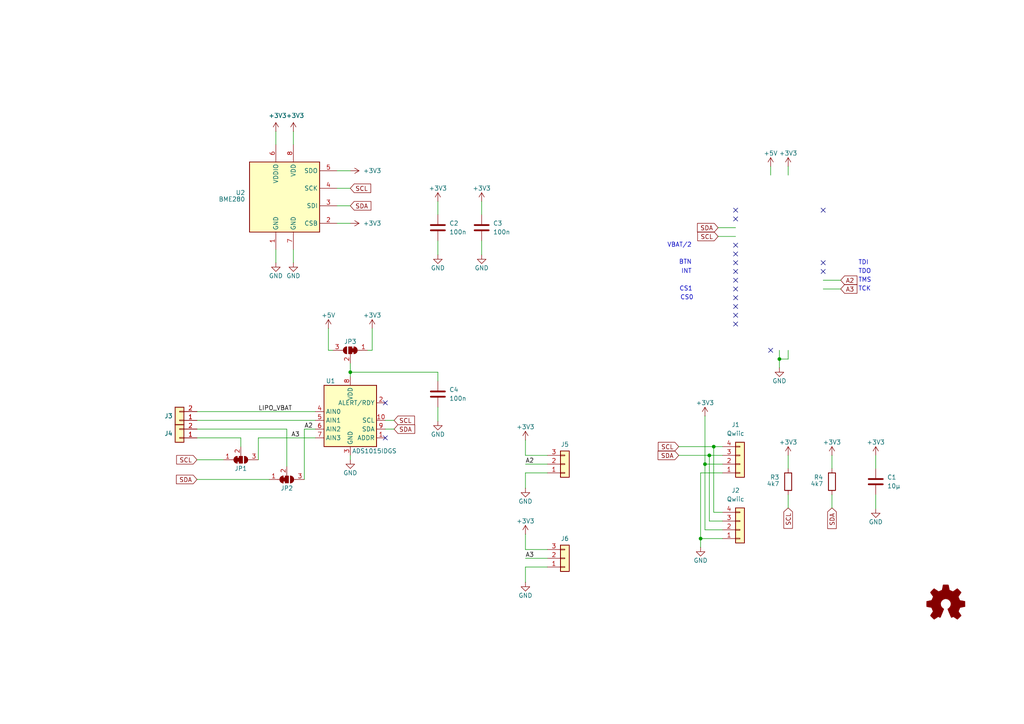
<source format=kicad_sch>
(kicad_sch (version 20231120) (generator "eeschema") (generator_version "8.0")
  (paper "A4")
  (title_block (title "QWIIC") (date "2020-06-01") (rev "v1.0") (company "nerdyscout"))
  (lib_symbols
    (symbol "Analog_ADC:ADS1015IDGS"
      (property "Reference" "U" (at 2.54 13.97 0))
      (property "Value" "ADS1015IDGS" (at 7.62 11.43 0))
      (symbol "ADS1015IDGS_0_1"
        (rectangle (start -7.62 10.16) (end 7.62 -7.62) (stroke (width 0.254)) (fill (type background)))
      )
      (symbol "ADS1015IDGS_1_1"
        (pin input line (at 10.16 -5.08 180) (length 2.54) (name "ADDR") (number "1"))
        (pin input line (at 10.16 0 180) (length 2.54) (name "SCL") (number "10"))
        (pin output line (at 10.16 5.08 180) (length 2.54) (name "ALERT/RDY") (number "2"))
        (pin power_in line (at 0 -10.16 90) (length 2.54) (name "GND") (number "3"))
        (pin input line (at -10.16 2.54 0) (length 2.54) (name "AIN0") (number "4"))
        (pin input line (at -10.16 0 0) (length 2.54) (name "AIN1") (number "5"))
        (pin input line (at -10.16 -2.54 0) (length 2.54) (name "AIN2") (number "6"))
        (pin input line (at -10.16 -5.08 0) (length 2.54) (name "AIN3") (number "7"))
        (pin power_in line (at 0 12.7 270) (length 2.54) (name "VDD") (number "8"))
        (pin bidirectional line (at 10.16 -2.54 180) (length 2.54) (name "SDA") (number "9"))
      )
    )
    (symbol "Connector_Generic:Conn_01x02" (pin_names (offset 1.016) hide)
      (property "Reference" "J" (at 0 2.54 0))
      (property "Value" "Conn_01x02" (at 0 -5.08 0))
      (symbol "Conn_01x02_1_1"
        (rectangle (start -1.27 -2.413) (end 0 -2.667) (stroke (width 0.1524)))
        (rectangle (start -1.27 0.127) (end 0 -0.127) (stroke (width 0.1524)))
        (rectangle (start -1.27 1.27) (end 1.27 -3.81) (stroke (width 0.254)) (fill (type background)))
        (pin passive line (at -5.08 0 0) (length 3.81) (name "Pin_1") (number "1"))
        (pin passive line (at -5.08 -2.54 0) (length 3.81) (name "Pin_2") (number "2"))
      )
    )
    (symbol "Connector_Generic:Conn_01x03" (pin_names (offset 1.016) hide)
      (property "Reference" "J" (at 0 5.08 0))
      (property "Value" "Conn_01x03" (at 0 -5.08 0))
      (symbol "Conn_01x03_1_1"
        (rectangle (start -1.27 -2.413) (end 0 -2.667) (stroke (width 0.1524)))
        (rectangle (start -1.27 0.127) (end 0 -0.127) (stroke (width 0.1524)))
        (rectangle (start -1.27 2.667) (end 0 2.413) (stroke (width 0.1524)))
        (rectangle (start -1.27 3.81) (end 1.27 -3.81) (stroke (width 0.254)) (fill (type background)))
        (pin passive line (at -5.08 2.54 0) (length 3.81) (name "Pin_1") (number "1"))
        (pin passive line (at -5.08 0 0) (length 3.81) (name "Pin_2") (number "2"))
        (pin passive line (at -5.08 -2.54 0) (length 3.81) (name "Pin_3") (number "3"))
      )
    )
    (symbol "Connector_Generic:Conn_01x04" (pin_names (offset 1.016) hide)
      (property "Reference" "J" (at 0 5.08 0))
      (property "Value" "Conn_01x04" (at 0 -7.62 0))
      (symbol "Conn_01x04_1_1"
        (rectangle (start -1.27 -4.953) (end 0 -5.207) (stroke (width 0.1524)))
        (rectangle (start -1.27 -2.413) (end 0 -2.667) (stroke (width 0.1524)))
        (rectangle (start -1.27 0.127) (end 0 -0.127) (stroke (width 0.1524)))
        (rectangle (start -1.27 2.667) (end 0 2.413) (stroke (width 0.1524)))
        (rectangle (start -1.27 3.81) (end 1.27 -6.35) (stroke (width 0.254)) (fill (type background)))
        (pin passive line (at -5.08 2.54 0) (length 3.81) (name "Pin_1") (number "1"))
        (pin passive line (at -5.08 0 0) (length 3.81) (name "Pin_2") (number "2"))
        (pin passive line (at -5.08 -2.54 0) (length 3.81) (name "Pin_3") (number "3"))
        (pin passive line (at -5.08 -5.08 0) (length 3.81) (name "Pin_4") (number "4"))
      )
    )
    (symbol "Device:C" (pin_numbers hide) (pin_names (offset 0.254))
      (property "Reference" "C" (at 0.635 2.54 0))
      (property "Value" "C" (at 0.635 -2.54 0))
      (symbol "C_0_1"
        (polyline (pts (xy -2.032 -0.762) (xy 2.032 -0.762)) (stroke (width 0.508)))
        (polyline (pts (xy -2.032 0.762) (xy 2.032 0.762)) (stroke (width 0.508)))
      )
      (symbol "C_1_1"
        (pin passive line (at 0 3.81 270) (length 2.794) (name "~") (number "1"))
        (pin passive line (at 0 -3.81 90) (length 2.794) (name "~") (number "2"))
      )
    )
    (symbol "Device:R" (pin_numbers hide) (pin_names (offset 0))
      (property "Reference" "R" (at 2.032 0 90))
      (property "Value" "R" (at 0 0 90))
      (symbol "R_0_1"
        (rectangle (start -1.016 -2.54) (end 1.016 2.54) (stroke (width 0.254)))
      )
      (symbol "R_1_1"
        (pin passive line (at 0 3.81 270) (length 1.27) (name "~") (number "1"))
        (pin passive line (at 0 -3.81 90) (length 1.27) (name "~") (number "2"))
      )
    )
    (symbol "Graphic:Logo_Open_Hardware_Small" (in_bom no) (on_board no)
      (symbol "Logo_Open_Hardware_Small_0_1"
        (polyline (pts (xy 3.3528 -4.3434) (xy 3.302 -4.318) (xy 3.175 -4.2418) (xy 2.9972 -4.1148) (xy 2.7686 -3.9624) (xy 2.54 -3.81) (xy 2.3622 -3.7084) (xy 2.2352 -3.6068) (xy 2.1844 -3.5814) (xy 2.159 -3.6068) (xy 2.0574 -3.6576) (xy 1.905 -3.7338) (xy 1.8034 -3.7846) (xy 1.6764 -3.8354) (xy 1.6002 -3.8354) (xy 1.6002 -3.8354) (xy 1.5494 -3.7338) (xy 1.4732 -3.5306) (xy 1.3462 -3.302) (xy 1.2446 -3.0226) (xy 1.1176 -2.7178) (xy 0.9652 -2.413) (xy 0.8636 -2.1082) (xy 0.7366 -1.8288) (xy 0.6604 -1.6256) (xy 0.6096 -1.4732) (xy 0.5842 -1.397) (xy 0.5842 -1.397) (xy 0.6604 -1.3208) (xy 0.7874 -1.2446) (xy 1.0414 -1.016) (xy 1.2954 -0.6858) (xy 1.4478 -0.3302) (xy 1.524 0.0762) (xy 1.4732 0.4572) (xy 1.3208 0.8128) (xy 1.0668 1.143) (xy 0.762 1.3716) (xy 0.4064 1.524) (xy 0 1.5748) (xy -0.381 1.5494) (xy -0.7366 1.397) (xy -1.0668 1.143) (xy -1.2192 0.9906) (xy -1.397 0.6604) (xy -1.524 0.3048) (xy -1.524 0.2286) (xy -1.4986 -0.1778) (xy -1.397 -0.5334) (xy -1.1938 -0.8636) (xy -0.9144 -1.143) (xy -0.8636 -1.1684) (xy -0.7366 -1.27) (xy -0.635 -1.3462) (xy -0.5842 -1.397) (xy -1.0668 -2.5908) (xy -1.143 -2.794) (xy -1.2954 -3.1242) (xy -1.397 -3.4036) (xy -1.4986 -3.6322) (xy -1.5748 -3.7846) (xy -1.6002 -3.8354) (xy -1.6002 -3.8354) (xy -1.651 -3.8354) (xy -1.7272 -3.81) (xy -1.905 -3.7338) (xy -2.0066 -3.683) (xy -2.1336 -3.6068) (xy -2.2098 -3.5814) (xy -2.2606 -3.6068) (xy -2.3622 -3.683) (xy -2.54 -3.81) (xy -2.7686 -3.9624) (xy -2.9718 -4.0894) (xy -3.1496 -4.2164) (xy -3.302 -4.318) (xy -3.3528 -4.3434) (xy -3.3782 -4.3434) (xy -3.429 -4.318) (xy -3.5306 -4.2164) (xy -3.7084 -4.064) (xy -3.937 -3.8354) (xy -3.9624 -3.81) (xy -4.1656 -3.6068) (xy -4.318 -3.4544) (xy -4.4196 -3.3274) (xy -4.445 -3.2766) (xy -4.445 -3.2766) (xy -4.4196 -3.2258) (xy -4.318 -3.0734) (xy -4.2164 -2.8956) (xy -4.064 -2.667) (xy -3.6576 -2.0828) (xy -3.8862 -1.5494) (xy -3.937 -1.3716) (xy -4.0386 -1.1684) (xy -4.0894 -1.0414) (xy -4.1148 -0.9652) (xy -4.191 -0.9398) (xy -4.318 -0.9144) (xy -4.5466 -0.8636) (xy -4.8006 -0.8128) (xy -5.0546 -0.7874) (xy -5.2578 -0.7366) (xy -5.4356 -0.7112) (xy -5.5118 -0.6858) (xy -5.5118 -0.6858) (xy -5.5372 -0.635) (xy -5.5372 -0.5588) (xy -5.5372 -0.4318) (xy -5.5626 -0.2286) (xy -5.5626 0.0762) (xy -5.5626 0.127) (xy -5.5372 0.4064) (xy -5.5372 0.635) (xy -5.5372 0.762) (xy -5.5372 0.8382) (xy -5.5372 0.8382) (xy -5.461 0.8382) (xy -5.3086 0.889) (xy -5.08 0.9144) (xy -4.826 0.9652) (xy -4.8006 0.9906) (xy -4.5466 1.0414) (xy -4.318 1.0668) (xy -4.1656 1.1176) (xy -4.0894 1.143) (xy -4.0894 1.143) (xy -4.0386 1.2446) (xy -3.9624 1.4224) (xy -3.8608 1.6256) (xy -3.7846 1.8288) (xy -3.7084 2.0066) (xy -3.6576 2.159) (xy -3.6322 2.2098) (xy -3.6322 2.2098) (xy -3.683 2.286) (xy -3.7592 2.413) (xy -3.8862 2.5908) (xy -4.064 2.8194) (xy -4.064 2.8448) (xy -4.2164 3.0734) (xy -4.3434 3.2512) (xy -4.4196 3.3782) (xy -4.445 3.4544) (xy -4.445 3.4544) (xy -4.3942 3.5052) (xy -4.2926 3.6322) (xy -4.1148 3.81) (xy -3.937 4.0132) (xy -3.8608 4.064) (xy -3.6576 4.2926) (xy -3.5052 4.4196) (xy -3.4036 4.4958) (xy -3.3528 4.5212) (xy -3.3528 4.5212) (xy -3.302 4.4704) (xy -3.1496 4.3688) (xy -2.9718 4.2418) (xy -2.7432 4.0894) (xy -2.7178 4.0894) (xy -2.4892 3.937) (xy -2.3114 3.81) (xy -2.1844 3.7084) (xy -2.1336 3.683) (xy -2.1082 3.683) (xy -2.032 3.7084) (xy -1.8542 3.7592) (xy -1.6764 3.8354) (xy -1.4732 3.937) (xy -1.27 4.0132) (xy -1.143 4.064) (xy -1.0668 4.1148) (xy -1.0668 4.1148) (xy -1.0414 4.191) (xy -1.016 4.3434) (xy -0.9652 4.572) (xy -0.9144 4.8514) (xy -0.889 4.9022) (xy -0.8382 5.1562) (xy -0.8128 5.3848) (xy -0.7874 5.5372) (xy -0.762 5.588) (xy -0.7112 5.6134) (xy -0.5842 5.6134) (xy -0.4064 5.6134) (xy -0.1524 5.6134) (xy 0.0762 5.6134) (xy 0.3302 5.6134) (xy 0.5334 5.6134) (xy 0.6858 5.588) (xy 0.7366 5.588) (xy 0.7366 5.588) (xy 0.762 5.5118) (xy 0.8128 5.334) (xy 0.8382 5.1054) (xy 0.9144 4.826) (xy 0.9144 4.7752) (xy 0.9652 4.5212) (xy 1.016 4.2926) (xy 1.0414 4.1402) (xy 1.0668 4.0894) (xy 1.0668 4.0894) (xy 1.1938 4.0386) (xy 1.3716 3.9624) (xy 1.5748 3.8608) (xy 2.0828 3.6576) (xy 2.7178 4.0894) (xy 2.7686 4.1402) (xy 2.9972 4.2926) (xy 3.175 4.4196) (xy 3.302 4.4958) (xy 3.3782 4.5212) (xy 3.3782 4.5212) (xy 3.429 4.4704) (xy 3.556 4.3434) (xy 3.7338 4.191) (xy 3.9116 3.9878) (xy 4.064 3.8354) (xy 4.2418 3.6576) (xy 4.3434 3.556) (xy 4.4196 3.4798) (xy 4.4196 3.429) (xy 4.4196 3.4036) (xy 4.3942 3.3274) (xy 4.2926 3.2004) (xy 4.1656 2.9972) (xy 4.0132 2.794) (xy 3.8862 2.5908) (xy 3.7592 2.3876) (xy 3.6576 2.2352) (xy 3.6322 2.159) (xy 3.6322 2.1336) (xy 3.683 2.0066) (xy 3.7592 1.8288) (xy 3.8608 1.6002) (xy 4.064 1.1176) (xy 4.3942 1.0414) (xy 4.5974 1.016) (xy 4.8768 0.9652) (xy 5.1308 0.9144) (xy 5.5372 0.8382) (xy 5.5626 -0.6604) (xy 5.4864 -0.6858) (xy 5.4356 -0.6858) (xy 5.2832 -0.7366) (xy 5.0546 -0.762) (xy 4.8006 -0.8128) (xy 4.5974 -0.8636) (xy 4.3688 -0.9144) (xy 4.2164 -0.9398) (xy 4.1402 -0.9398) (xy 4.1148 -0.9652) (xy 4.064 -1.0668) (xy 3.9878 -1.2446) (xy 3.9116 -1.4478) (xy 3.81 -1.651) (xy 3.7338 -1.8542) (xy 3.683 -2.0066) (xy 3.6576 -2.0828) (xy 3.683 -2.1336) (xy 3.7846 -2.2606) (xy 3.8862 -2.4638) (xy 4.0386 -2.667) (xy 4.191 -2.8956) (xy 4.318 -3.0734) (xy 4.3942 -3.2004) (xy 4.445 -3.2766) (xy 4.4196 -3.3274) (xy 4.3434 -3.429) (xy 4.1656 -3.5814) (xy 3.937 -3.8354) (xy 3.8862 -3.8608) (xy 3.683 -4.064) (xy 3.5306 -4.2164) (xy 3.4036 -4.318) (xy 3.3528 -4.3434)) (fill (type outline)))
      )
    )
    (symbol "Jumper:SolderJumper_3_Bridged12" (pin_names (offset 0) hide) (exclude_from_sim yes) (in_bom no)
      (property "Reference" "JP" (at -2.54 -2.54 0))
      (property "Value" "SolderJumper_3_Bridged12" (at 0 2.794 0))
      (symbol "SolderJumper_3_Bridged12_0_1"
        (rectangle (start -1.016 0.508) (end -0.508 -0.508) (fill (type outline)))
        (arc (start -1.016 1.016) (mid -2.0276 0) (end -1.016 -1.016))
        (arc (start -1.016 1.016) (mid -2.0276 0) (end -1.016 -1.016) (fill (type outline)))
        (rectangle (start -0.508 1.016) (end 0.508 -1.016) (fill (type outline)))
        (polyline (pts (xy -2.54 0) (xy -2.032 0)))
        (polyline (pts (xy -1.016 1.016) (xy -1.016 -1.016)))
        (polyline (pts (xy 0 -1.27) (xy 0 -1.016)))
        (polyline (pts (xy 1.016 1.016) (xy 1.016 -1.016)))
        (polyline (pts (xy 2.54 0) (xy 2.032 0)))
        (arc (start 1.016 -1.016) (mid 2.0276 0) (end 1.016 1.016))
        (arc (start 1.016 -1.016) (mid 2.0276 0) (end 1.016 1.016) (fill (type outline)))
      )
      (symbol "SolderJumper_3_Bridged12_1_1"
        (pin passive line (at -5.08 0 0) (length 2.54) (name "A") (number "1"))
        (pin passive line (at 0 -3.81 90) (length 2.54) (name "C") (number "2"))
        (pin passive line (at 5.08 0 180) (length 2.54) (name "B") (number "3"))
      )
    )
    (symbol "Sensor:BME280"
      (property "Reference" "U" (at -8.89 11.43 0))
      (property "Value" "BME280" (at 7.62 11.43 0))
      (symbol "BME280_0_1"
        (rectangle (start -10.16 10.16) (end 10.16 -10.16) (stroke (width 0.254)) (fill (type background)))
      )
      (symbol "BME280_1_1"
        (pin power_in line (at -2.54 -15.24 90) (length 5.08) (name "GND") (number "1"))
        (pin input line (at 15.24 -7.62 180) (length 5.08) (name "CSB") (number "2"))
        (pin bidirectional line (at 15.24 -2.54 180) (length 5.08) (name "SDI") (number "3"))
        (pin input line (at 15.24 2.54 180) (length 5.08) (name "SCK") (number "4"))
        (pin bidirectional line (at 15.24 7.62 180) (length 5.08) (name "SDO") (number "5"))
        (pin power_in line (at -2.54 15.24 270) (length 5.08) (name "VDDIO") (number "6"))
        (pin power_in line (at 2.54 -15.24 90) (length 5.08) (name "GND") (number "7"))
        (pin power_in line (at 2.54 15.24 270) (length 5.08) (name "VDD") (number "8"))
      )
    )
    (symbol "power:+3V3" (power) (pin_numbers hide) (pin_names (offset 0) hide)
      (property "Value" "+3V3" (at 0 3.556 0))
      (symbol "+3V3_0_1"
        (polyline (pts (xy -0.762 1.27) (xy 0 2.54)))
        (polyline (pts (xy 0 0) (xy 0 2.54)))
        (polyline (pts (xy 0 2.54) (xy 0.762 1.27)))
      )
      (symbol "+3V3_1_1"
        (pin power_in line (at 0 0 90) (length 0) (name "~") (number "1"))
      )
    )
    (symbol "power:+5V" (power) (pin_numbers hide) (pin_names (offset 0) hide)
      (property "Value" "+5V" (at 0 3.556 0))
      (symbol "+5V_0_1"
        (polyline (pts (xy -0.762 1.27) (xy 0 2.54)))
        (polyline (pts (xy 0 0) (xy 0 2.54)))
        (polyline (pts (xy 0 2.54) (xy 0.762 1.27)))
      )
      (symbol "+5V_1_1"
        (pin power_in line (at 0 0 90) (length 0) (name "~") (number "1"))
      )
    )
    (symbol "power:GND" (power) (pin_numbers hide) (pin_names (offset 0) hide)
      (property "Value" "GND" (at 0 -3.81 0))
      (symbol "GND_0_1"
        (polyline (pts (xy 0 0) (xy 0 -1.27) (xy 1.27 -1.27) (xy 0 -2.54) (xy -1.27 -1.27) (xy 0 -1.27)))
      )
      (symbol "GND_1_1"
        (pin power_in line (at 0 0 270) (length 0) (name "~") (number "1"))
      )
    )
  )
  (junction (at 207.01 129.54))
  (junction (at 101.6 107.95))
  (junction (at 205.74 132.08))
  (junction (at 203.2 156.21))
  (junction (at 204.47 134.62))
  (junction (at 226.06 104.14))
  (no_connect (at 213.36 81.28))
  (no_connect (at 213.36 60.96))
  (no_connect (at 223.52 101.6))
  (no_connect (at 213.36 73.66))
  (no_connect (at 111.76 127))
  (no_connect (at 238.76 78.74))
  (no_connect (at 213.36 63.5))
  (no_connect (at 238.76 76.2))
  (no_connect (at 213.36 83.82))
  (no_connect (at 213.36 88.9))
  (no_connect (at 213.36 93.98))
  (no_connect (at 213.36 91.44))
  (no_connect (at 213.36 86.36))
  (no_connect (at 213.36 78.74))
  (no_connect (at 238.76 60.96))
  (no_connect (at 213.36 76.2))
  (no_connect (at 213.36 71.12))
  (no_connect (at 111.76 116.84))
  (wire (pts (xy 241.3 132.08) (xy 241.3 135.89)))
  (wire (pts (xy 83.185 124.46) (xy 83.185 135.255)))
  (wire (pts (xy 111.76 121.92) (xy 114.3 121.92)))
  (wire (pts (xy 114.3 124.46) (xy 111.76 124.46)))
  (wire (pts (xy 85.09 76.2) (xy 85.09 72.39)))
  (wire (pts (xy 101.6 107.95) (xy 101.6 109.22)))
  (wire (pts (xy 228.6 48.26) (xy 228.6 50.8)))
  (wire (pts (xy 158.75 164.465) (xy 152.4 164.465)))
  (wire (pts (xy 204.47 134.62) (xy 204.47 120.65)))
  (wire (pts (xy 228.6 104.14) (xy 226.06 104.14)))
  (wire (pts (xy 101.6 105.41) (xy 101.6 107.95)))
  (wire (pts (xy 57.15 139.065) (xy 78.105 139.065)))
  (wire (pts (xy 223.52 48.26) (xy 223.52 50.8)))
  (wire (pts (xy 88.265 124.46) (xy 88.265 139.065)))
  (wire (pts (xy 101.6 54.61) (xy 97.79 54.61)))
  (wire (pts (xy 205.74 132.08) (xy 209.55 132.08)))
  (wire (pts (xy 127 69.85) (xy 127 73.914)))
  (wire (pts (xy 158.75 159.385) (xy 152.4 159.385)))
  (wire (pts (xy 152.4 137.16) (xy 152.4 141.605)))
  (wire (pts (xy 101.6 133.35) (xy 101.6 132.08)))
  (wire (pts (xy 208.28 68.58) (xy 213.36 68.58)))
  (wire (pts (xy 83.185 124.46) (xy 57.15 124.46)))
  (wire (pts (xy 127 107.95) (xy 127 110.49)))
  (wire (pts (xy 97.79 49.53) (xy 101.6 49.53)))
  (wire (pts (xy 203.2 137.16) (xy 203.2 156.21)))
  (wire (pts (xy 127 118.11) (xy 127 122.174)))
  (wire (pts (xy 209.55 153.67) (xy 204.47 153.67)))
  (wire (pts (xy 203.2 156.21) (xy 203.2 158.75)))
  (wire (pts (xy 69.85 129.54) (xy 69.85 127)))
  (wire (pts (xy 226.06 101.6) (xy 226.06 104.14)))
  (wire (pts (xy 80.01 38.1) (xy 80.01 41.91)))
  (wire (pts (xy 85.09 38.1) (xy 85.09 41.91)))
  (wire (pts (xy 209.55 134.62) (xy 204.47 134.62)))
  (wire (pts (xy 152.4 159.385) (xy 152.4 154.94)))
  (wire (pts (xy 127 58.42) (xy 127 62.23)))
  (wire (pts (xy 204.47 153.67) (xy 204.47 134.62)))
  (wire (pts (xy 96.52 101.6) (xy 95.25 101.6)))
  (wire (pts (xy 241.3 143.51) (xy 241.3 147.32)))
  (wire (pts (xy 152.4 132.08) (xy 152.4 127.635)))
  (wire (pts (xy 228.6 101.6) (xy 228.6 104.14)))
  (wire (pts (xy 158.75 132.08) (xy 152.4 132.08)))
  (wire (pts (xy 74.93 127) (xy 91.44 127)))
  (wire (pts (xy 209.55 156.21) (xy 203.2 156.21)))
  (wire (pts (xy 254 143.51) (xy 254 147.574)))
  (wire (pts (xy 207.01 129.54) (xy 209.55 129.54)))
  (wire (pts (xy 254 132.08) (xy 254 135.89)))
  (wire (pts (xy 209.55 148.59) (xy 207.01 148.59)))
  (wire (pts (xy 152.4 164.465) (xy 152.4 168.91)))
  (wire (pts (xy 101.6 107.95) (xy 127 107.95)))
  (wire (pts (xy 226.06 104.14) (xy 226.06 106.68)))
  (wire (pts (xy 57.15 121.92) (xy 91.44 121.92)))
  (wire (pts (xy 205.74 151.13) (xy 205.74 132.08)))
  (wire (pts (xy 101.6 64.77) (xy 97.79 64.77)))
  (wire (pts (xy 205.74 132.08) (xy 196.85 132.08)))
  (wire (pts (xy 57.15 119.38) (xy 91.44 119.38)))
  (wire (pts (xy 207.01 129.54) (xy 196.85 129.54)))
  (wire (pts (xy 74.93 133.35) (xy 74.93 127)))
  (wire (pts (xy 64.77 133.35) (xy 57.15 133.35)))
  (wire (pts (xy 207.01 148.59) (xy 207.01 129.54)))
  (wire (pts (xy 228.6 132.08) (xy 228.6 135.89)))
  (wire (pts (xy 209.55 151.13) (xy 205.74 151.13)))
  (wire (pts (xy 158.75 134.62) (xy 152.4 134.62)))
  (wire (pts (xy 107.95 101.6) (xy 106.68 101.6)))
  (wire (pts (xy 238.76 81.28) (xy 243.84 81.28)))
  (wire (pts (xy 107.95 95.25) (xy 107.95 101.6)))
  (wire (pts (xy 69.85 127) (xy 57.15 127)))
  (wire (pts (xy 97.79 59.69) (xy 101.6 59.69)))
  (wire (pts (xy 95.25 101.6) (xy 95.25 95.25)))
  (wire (pts (xy 139.7 58.42) (xy 139.7 62.23)))
  (wire (pts (xy 208.28 66.04) (xy 213.36 66.04)))
  (wire (pts (xy 209.55 137.16) (xy 203.2 137.16)))
  (wire (pts (xy 88.265 124.46) (xy 91.44 124.46)))
  (wire (pts (xy 238.76 83.82) (xy 243.84 83.82)))
  (wire (pts (xy 158.75 161.925) (xy 152.4 161.925)))
  (wire (pts (xy 139.7 69.85) (xy 139.7 73.914)))
  (wire (pts (xy 228.6 143.51) (xy 228.6 147.32)))
  (wire (pts (xy 158.75 137.16) (xy 152.4 137.16)))
  (wire (pts (xy 80.01 72.39) (xy 80.01 76.2)))
  (text "TDI" (at 248.92 76.962 0) (effects (font (size 1.27 1.27)) (justify left bottom)))
  (text "TMS" (at 248.92 82.042 0) (effects (font (size 1.27 1.27)) (justify left bottom)))
  (text "CS0" (at 201.168 87.122 0) (effects (font (size 1.27 1.27)) (justify right bottom)))
  (text "VBAT/2" (at 200.66 71.882 0) (effects (font (size 1.27 1.27)) (justify right bottom)))
  (text "CS1" (at 200.914 84.582 0) (effects (font (size 1.27 1.27)) (justify right bottom)))
  (text "TDO" (at 248.92 79.502 0) (effects (font (size 1.27 1.27)) (justify left bottom)))
  (text "TCK" (at 248.92 84.582 0) (effects (font (size 1.27 1.27)) (justify left bottom)))
  (text "INT" (at 200.66 79.502 0) (effects (font (size 1.27 1.27)) (justify right bottom)))
  (text "BTN" (at 200.66 76.835 0) (effects (font (size 1.27 1.27)) (justify right bottom)))
  (label "A2" (at 88.265 124.46 0))
  (label "LIPO_VBAT" (at 74.93 119.38 0))
  (label "A3" (at 84.455 127 0))
  (label "A3" (at 152.4 161.925 0))
  (label "A2" (at 152.4 134.62 0))
  (global_label "SDA" (shape input) (at 57.15 139.065 180) (property "Intersheetrefs" "${INTERSHEET_REFS}" (effects (hide yes))))
  (global_label "SCL" (shape input) (at 196.85 129.54 180) (property "Intersheetrefs" "${INTERSHEET_REFS}" (effects (hide yes))))
  (global_label "SDA" (shape input) (at 208.28 66.04 180) (property "Intersheetrefs" "${INTERSHEET_REFS}" (effects (hide yes))))
  (global_label "SDA" (shape input) (at 114.3 124.46 0) (property "Intersheetrefs" "${INTERSHEET_REFS}" (effects (hide yes))))
  (global_label "SDA" (shape input) (at 241.3 147.32 270) (property "Intersheetrefs" "${INTERSHEET_REFS}" (effects (hide yes))))
  (global_label "A2" (shape input) (at 243.84 81.28 0) (property "Intersheetrefs" "${INTERSHEET_REFS}" (effects (hide yes))))
  (global_label "SDA" (shape input) (at 101.6 59.69 0) (property "Intersheetrefs" "${INTERSHEET_REFS}" (effects (hide yes))))
  (global_label "SDA" (shape input) (at 196.85 132.08 180) (property "Intersheetrefs" "${INTERSHEET_REFS}" (effects (hide yes))))
  (global_label "SCL" (shape input) (at 228.6 147.32 270) (property "Intersheetrefs" "${INTERSHEET_REFS}" (effects (hide yes))))
  (global_label "A3" (shape input) (at 243.84 83.82 0) (property "Intersheetrefs" "${INTERSHEET_REFS}" (effects (hide yes))))
  (global_label "SCL" (shape input) (at 57.15 133.35 180) (property "Intersheetrefs" "${INTERSHEET_REFS}" (effects (hide yes))))
  (global_label "SCL" (shape input) (at 101.6 54.61 0) (property "Intersheetrefs" "${INTERSHEET_REFS}" (effects (hide yes))))
  (global_label "SCL" (shape input) (at 208.28 68.58 180) (property "Intersheetrefs" "${INTERSHEET_REFS}" (effects (hide yes))))
  (global_label "SCL" (shape input) (at 114.3 121.92 0) (property "Intersheetrefs" "${INTERSHEET_REFS}" (effects (hide yes))))
  (symbol (lib_id "power:GND") (at 226.06 106.68 0) (unit 1)
    (property "Reference" "#PWR0101" (effects (hide yes)))
    (property "Value" "GND" (at 226.06 110.49 0))
  )
  (symbol (lib_id "power:+3V3") (at 228.6 48.26 0) (unit 1)
    (property "Reference" "#PWR0102" (effects (hide yes)))
    (property "Value" "+3V3" (at 228.6 44.45 0))
  )
  (symbol (lib_id "power:+3V3") (at 254 132.08 0) (unit 1)
    (property "Reference" "#PWR0103" (effects (hide yes)))
    (property "Value" "+3V3" (at 254 128.27 0))
  )
  (symbol (lib_id "Device:C") (at 254 139.7 0) (unit 1)
    (property "Reference" "C1" (at 257.302 138.43 0) (effects (justify left)))
    (property "Value" "10µ" (at 257.302 140.97 0) (effects (justify left)))
    (property "Footprint" "Capacitor_SMD:C_0603_1608Metric" (effects (hide yes)))
  )
  (symbol (lib_id "power:GND") (at 254 147.574 0) (unit 1)
    (property "Reference" "#PWR0104" (effects (hide yes)))
    (property "Value" "GND" (at 254 151.384 0))
  )
  (symbol (lib_id "Device:C") (at 127 114.3 0) (unit 1)
    (property "Reference" "C4" (at 130.302 113.03 0) (effects (justify left)))
    (property "Value" "100n" (at 130.302 115.57 0) (effects (justify left)))
    (property "Footprint" "Capacitor_SMD:C_0603_1608Metric" (effects (hide yes)))
  )
  (symbol (lib_id "power:GND") (at 127 122.174 0) (unit 1)
    (property "Reference" "#PWR0109" (effects (hide yes)))
    (property "Value" "GND" (at 127 125.984 0))
  )
  (symbol (lib_id "Device:R") (at 241.3 139.7 180) (unit 1)
    (property "Reference" "R4" (at 238.76 138.43 0) (effects (justify left)))
    (property "Value" "4k7" (at 238.76 140.335 0) (effects (justify left)))
    (property "Footprint" "Resistor_SMD:R_0603_1608Metric" (effects (hide yes)))
    (property "MPN" "RC0402FR-074K7L" (effects (hide yes)))
    (property "lcsc#" "C105871" (effects (hide yes)))
  )
  (symbol (lib_id "power:+3V3") (at 241.3 132.08 0) (unit 1)
    (property "Reference" "#PWR0111" (effects (hide yes)))
    (property "Value" "+3V3" (at 241.3 128.27 0))
  )
  (symbol (lib_id "power:+3V3") (at 228.6 132.08 0) (unit 1)
    (property "Reference" "#PWR0112" (effects (hide yes)))
    (property "Value" "+3V3" (at 228.6 128.27 0))
  )
  (symbol (lib_id "Device:R") (at 228.6 139.7 180) (unit 1)
    (property "Reference" "R3" (at 226.06 138.43 0) (effects (justify left)))
    (property "Value" "4k7" (at 226.06 140.335 0) (effects (justify left)))
    (property "Footprint" "Resistor_SMD:R_0603_1608Metric" (effects (hide yes)))
    (property "MPN" "RC0402FR-074K7L" (effects (hide yes)))
  )
  (symbol (lib_id "Graphic:Logo_Open_Hardware_Small") (at 274.32 175.26 0) (unit 1)
    (property "Reference" "LOGO1" (effects (hide yes)))
    (property "Value" "Logo_Open_Hardware_Small" (effects (hide yes)))
    (property "Footprint" "Symbol:OSHW-Symbol_6.7x6mm_SilkScreen" (effects (hide yes)))
  )
  (symbol (lib_id "ProMicro:Sparkfun_Pro_Micro") (at 270.51 76.2 0) (unit 1)
    (property "Reference" "A1" (at 261.62 51.435 0))
    (property "Value" "Sparkfun_Pro_Micro_3V3" (at 285.75 100.965 0))
    (property "Footprint" "Module:Sparkfun_Pro_Micro" (effects (hide yes)))
    (property "Datasheet" "https://www.sparkfun.com/products/12587" (effects (hide yes)))
  )
  (symbol (lib_id "Connector_Generic:Conn_01x04") (at 214.63 134.62 0) (mirror x) (unit 1)
    (property "Reference" "J1" (at 213.36 123.19 0))
    (property "Value" "Qwiic" (at 213.36 125.73 0))
    (property "Footprint" "Connector_JST:JST_SH_BM04B-SRSS-TB_1x04-1MP_P1.00mm_Vertical" (effects (hide yes)))
  )
  (symbol (lib_id "Connector_Generic:Conn_01x04") (at 214.63 153.67 0) (mirror x) (unit 1)
    (property "Reference" "J2" (at 213.36 142.24 0))
    (property "Value" "Qwiic" (at 213.36 144.78 0))
    (property "Footprint" "Connector_JST:JST_SH_BM04B-SRSS-TB_1x04-1MP_P1.00mm_Vertical" (effects (hide yes)))
  )
  (symbol (lib_id "power:GND") (at 203.2 158.75 0) (unit 1)
    (property "Reference" "#PWR0105" (effects (hide yes)))
    (property "Value" "GND" (at 203.2 162.56 0))
  )
  (symbol (lib_id "power:+3V3") (at 204.47 120.65 0) (unit 1)
    (property "Reference" "#PWR0106" (effects (hide yes)))
    (property "Value" "+3V3" (at 204.47 116.84 0))
  )
  (symbol (lib_id "Connector_Generic:Conn_01x02") (at 52.07 127 180) (unit 1)
    (property "Reference" "J4" (at 48.895 125.73 0))
    (property "Value" "Conn_01x02" (effects (hide yes)))
    (property "Footprint" "Connector_PinHeader_2.54mm:PinHeader_1x02_P2.54mm_Vertical" (effects (hide yes)))
  )
  (symbol (lib_id "Connector_Generic:Conn_01x02") (at 52.07 121.92 180) (unit 1)
    (property "Reference" "J3" (at 48.895 120.65 0))
    (property "Value" "Conn_01x02" (effects (hide yes)))
    (property "Footprint" "Connector_PinHeader_2.54mm:PinHeader_1x02_P2.54mm_Vertical" (effects (hide yes)))
  )
  (symbol (lib_id "Analog_ADC:ADS1015IDGS") (at 101.6 121.92 0) (unit 1)
    (property "Reference" "U1" (at 95.885 110.49 0))
    (property "Value" "ADS1015IDGS" (at 108.585 130.81 0))
    (property "Footprint" "Package_SO:TSSOP-10_3x3mm_P0.5mm" (effects (hide yes)))
    (property "Datasheet" "http://www.ti.com/lit/ds/symlink/ads1015.pdf" (effects (hide yes)))
  )
  (symbol (lib_id "power:+3V3") (at 107.95 95.25 0) (unit 1)
    (property "Reference" "#PWR0107" (effects (hide yes)))
    (property "Value" "+3V3" (at 107.95 91.44 0))
  )
  (symbol (lib_id "power:GND") (at 101.6 133.35 0) (unit 1)
    (property "Reference" "#PWR0108" (effects (hide yes)))
    (property "Value" "GND" (at 101.6 137.16 0))
  )
  (symbol (lib_id "Connector_Generic:Conn_01x03") (at 163.83 134.62 0) (mirror x) (unit 1)
    (property "Reference" "J5" (at 163.83 128.905 0))
    (property "Value" "Conn_01x03" (effects (hide yes)))
    (property "Footprint" "Connector_PinHeader_2.54mm:PinHeader_1x03_P2.54mm_Vertical" (effects (hide yes)))
  )
  (symbol (lib_id "power:GND") (at 152.4 141.605 0) (unit 1)
    (property "Reference" "#PWR0113" (effects (hide yes)))
    (property "Value" "GND" (at 152.4 145.415 0))
  )
  (symbol (lib_id "Jumper:SolderJumper_3_Bridged12") (at 101.6 101.6 0) (mirror y) (unit 1)
    (property "Reference" "JP3" (at 101.6 99.06 0))
    (property "Value" "SolderJumper_3_Bridged12" (effects (hide yes)))
    (property "Footprint" "Jumper:SolderJumper-3_P1.3mm_Bridged12_RoundedPad1.0x1.5mm" (effects (hide yes)))
  )
  (symbol (lib_id "power:+3V3") (at 152.4 127.635 0) (unit 1)
    (property "Reference" "#PWR0114" (effects (hide yes)))
    (property "Value" "+3V3" (at 152.4 123.825 0))
  )
  (symbol (lib_id "Sensor:BME280") (at 82.55 57.15 0) (unit 1)
    (property "Reference" "U2" (at 71.12 55.88 0) (effects (justify right)))
    (property "Value" "BME280" (at 71.12 57.785 0) (effects (justify right)))
    (property "Footprint" "Package_LGA:Bosch_LGA-8_2.5x2.5mm_P0.65mm_ClockwisePinNumbering" (effects (hide yes)))
    (property "Datasheet" "https://ae-bst.resource.bosch.com/media/_tech/media/datasheets/BST-BME280-DS002.pdf" (effects (hide yes)))
  )
  (symbol (lib_id "power:+5V") (at 223.52 48.26 0) (unit 1)
    (property "Reference" "#PWR0127" (effects (hide yes)))
    (property "Value" "+5V" (at 223.52 44.45 0))
  )
  (symbol (lib_id "Jumper:SolderJumper_3_Bridged12") (at 69.85 133.35 0) (mirror x) (unit 1)
    (property "Reference" "JP1" (at 69.85 135.89 0))
    (property "Value" "SolderJumper_3_Bridged12" (effects (hide yes)))
    (property "Footprint" "Jumper:SolderJumper-3_P1.3mm_Bridged12_RoundedPad1.0x1.5mm" (effects (hide yes)))
  )
  (symbol (lib_id "Connector_Generic:Conn_01x03") (at 163.83 161.925 0) (mirror x) (unit 1)
    (property "Reference" "J6" (at 163.83 156.21 0))
    (property "Value" "Conn_01x03" (effects (hide yes)))
    (property "Footprint" "Connector_PinHeader_2.54mm:PinHeader_1x03_P2.54mm_Vertical" (effects (hide yes)))
  )
  (symbol (lib_id "power:GND") (at 152.4 168.91 0) (unit 1)
    (property "Reference" "#PWR0115" (effects (hide yes)))
    (property "Value" "GND" (at 152.4 172.72 0))
  )
  (symbol (lib_id "power:+3V3") (at 152.4 154.94 0) (unit 1)
    (property "Reference" "#PWR0116" (effects (hide yes)))
    (property "Value" "+3V3" (at 152.4 151.13 0))
  )
  (symbol (lib_id "power:+5V") (at 95.25 95.25 0) (unit 1)
    (property "Reference" "#PWR0128" (effects (hide yes)))
    (property "Value" "+5V" (at 95.25 91.44 0))
  )
  (symbol (lib_id "Jumper:SolderJumper_3_Bridged12") (at 83.185 139.065 0) (mirror x) (unit 1)
    (property "Reference" "JP2" (at 83.185 141.605 0))
    (property "Value" "SolderJumper_3_Bridged12" (effects (hide yes)))
    (property "Footprint" "Jumper:SolderJumper-3_P1.3mm_Bridged12_RoundedPad1.0x1.5mm" (effects (hide yes)))
  )
  (symbol (lib_id "power:GND") (at 80.01 76.2 0) (unit 1)
    (property "Reference" "#PWR0117" (effects (hide yes)))
    (property "Value" "GND" (at 80.01 80.01 0))
  )
  (symbol (lib_id "power:GND") (at 85.09 76.2 0) (unit 1)
    (property "Reference" "#PWR0118" (effects (hide yes)))
    (property "Value" "GND" (at 85.09 80.01 0))
  )
  (symbol (lib_id "power:+3V3") (at 80.01 38.1 0) (unit 1)
    (property "Reference" "#PWR0119" (effects (hide yes)))
    (property "Value" "+3V3" (at 80.518 33.528 0))
  )
  (symbol (lib_id "power:+3V3") (at 85.09 38.1 0) (unit 1)
    (property "Reference" "#PWR0120" (effects (hide yes)))
    (property "Value" "+3V3" (at 85.598 33.528 0))
  )
  (symbol (lib_id "power:+3V3") (at 101.6 64.77 270) (unit 1)
    (property "Reference" "#PWR0121" (effects (hide yes)))
    (property "Value" "+3V3" (at 107.95 64.77 90))
  )
  (symbol (lib_id "power:+3V3") (at 101.6 49.53 270) (unit 1)
    (property "Reference" "#PWR0122" (effects (hide yes)))
    (property "Value" "+3V3" (at 107.95 49.53 90))
  )
  (symbol (lib_id "power:+3V3") (at 127 58.42 0) (unit 1)
    (property "Reference" "#PWR0123" (effects (hide yes)))
    (property "Value" "+3V3" (at 127 54.61 0))
  )
  (symbol (lib_id "power:+3V3") (at 139.7 58.42 0) (unit 1)
    (property "Reference" "#PWR0124" (effects (hide yes)))
    (property "Value" "+3V3" (at 139.7 54.61 0))
  )
  (symbol (lib_id "power:GND") (at 127 73.914 0) (unit 1)
    (property "Reference" "#PWR0125" (effects (hide yes)))
    (property "Value" "GND" (at 127 77.724 0))
  )
  (symbol (lib_id "power:GND") (at 139.7 73.914 0) (unit 1)
    (property "Reference" "#PWR0126" (effects (hide yes)))
    (property "Value" "GND" (at 139.7 77.724 0))
  )
  (symbol (lib_id "Device:C") (at 127 66.04 0) (unit 1)
    (property "Reference" "C2" (at 130.302 64.77 0) (effects (justify left)))
    (property "Value" "100n" (at 130.302 67.31 0) (effects (justify left)))
    (property "Footprint" "Capacitor_SMD:C_0603_1608Metric" (effects (hide yes)))
  )
  (symbol (lib_id "Device:C") (at 139.7 66.04 0) (unit 1)
    (property "Reference" "C3" (at 143.002 64.77 0) (effects (justify left)))
    (property "Value" "100n" (at 143.002 67.31 0) (effects (justify left)))
    (property "Footprint" "Capacitor_SMD:C_0603_1608Metric" (effects (hide yes)))
  )
)
</source>
